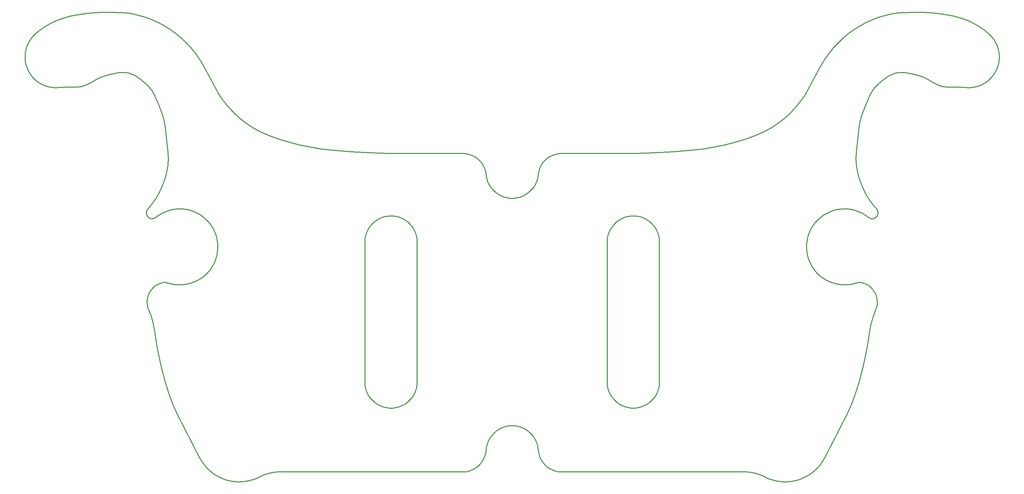
<source format=gm1>
G04*
G04 #@! TF.GenerationSoftware,Altium Limited,Altium Designer,18.1.11 (251)*
G04*
G04 Layer_Color=16711935*
%FSLAX25Y25*%
%MOIN*%
G70*
G01*
G75*
%ADD10C,0.01000*%
D10*
X456326Y353554D02*
X456846Y350285D01*
X457781Y347110D01*
X459115Y344080D01*
X460826Y341247D01*
X462886Y338656D01*
X465261Y336350D01*
X467911Y334368D01*
X470794Y332741D01*
X473861Y331497D01*
X477063Y330656D01*
X480345Y330232D01*
X483655D01*
X486938Y330656D01*
X490139Y331497D01*
X493206Y332741D01*
X496089Y334368D01*
X498739Y336350D01*
X501114Y338656D01*
X503174Y341247D01*
X504885Y344080D01*
X506219Y347110D01*
X507154Y350285D01*
X507674Y353554D01*
X508168Y356594D01*
X509064Y359541D01*
X510346Y362342D01*
X511992Y364945D01*
X513971Y367305D01*
X516249Y369379D01*
X518784Y371129D01*
X521530Y372524D01*
X524438Y373539D01*
X527456Y374155D01*
X530530Y374362D01*
X584238D01*
X603176Y374384D01*
X622106Y374930D01*
X641013Y375998D01*
X659884Y377587D01*
X670406Y378856D01*
X680862Y380591D01*
X691230Y382787D01*
X701491Y385442D01*
X711624Y388549D01*
X721608Y392102D01*
X727613Y394618D01*
X733440Y397522D01*
X739065Y400801D01*
X744462Y404440D01*
X749611Y408426D01*
X754487Y412739D01*
X759070Y417362D01*
X763342Y422276D01*
X767282Y427458D01*
X770875Y432888D01*
X774105Y438540D01*
X786082Y460671D01*
X789763Y466815D01*
X793855Y472693D01*
X798338Y478278D01*
X803192Y483544D01*
X808393Y488467D01*
X813918Y493024D01*
X819741Y497194D01*
X825160Y500548D01*
X830789Y503537D01*
X836602Y506149D01*
X842575Y508371D01*
X848682Y510194D01*
X854896Y511610D01*
X861190Y512613D01*
X867536Y513198D01*
X877479Y513522D01*
X887425Y513322D01*
X897347Y512597D01*
X907216Y511351D01*
X917007Y509586D01*
X922476Y508233D01*
X927828Y506472D01*
X933033Y504314D01*
X938060Y501769D01*
X942881Y498853D01*
X947468Y495582D01*
X951797Y491975D01*
X954354Y489381D01*
X956582Y486498D01*
X958449Y483369D01*
X959926Y480039D01*
X960993Y476555D01*
X961635Y472969D01*
X961842Y469332D01*
X961611Y465696D02*
X961842Y469332D01*
X960946Y462113D02*
X961611Y465696D01*
X959856Y458637D02*
X960946Y462113D01*
X958356Y455316D02*
X959856Y458637D01*
X956470Y452200D02*
X958356Y455316D01*
X954223Y449332D02*
X956470Y452200D01*
X951648Y446754D02*
X954223Y449332D01*
X948783Y444504D02*
X951648Y446754D01*
X945668Y442614D02*
X948783Y444504D01*
X942349Y441110D02*
X945668Y442614D01*
X938874Y440016D02*
X942349Y441110D01*
X935293Y439347D02*
X938874Y440016D01*
X931657Y439112D02*
X935293Y439347D01*
X928019Y439315D02*
X931657Y439112D01*
X921236Y439795D02*
X928019Y439315D01*
X914437Y439664D02*
X921236Y439795D01*
X910640Y439669D02*
X914437Y439664D01*
X906877Y440175D02*
X910640Y439669D01*
X903212Y441171D02*
X906877Y440175D01*
X899711Y442641D02*
X903212Y441171D01*
X896434Y444558D02*
X899711Y442641D01*
X892014Y447236D02*
X896434Y444558D01*
X887346Y449453D02*
X892014Y447236D01*
X882477Y451187D02*
X887346Y449453D01*
X875830Y452886D02*
X882477Y451187D01*
X869066Y454031D02*
X875830Y452886D01*
X865694Y454232D02*
X869066Y454031D01*
X862325Y453982D02*
X865694Y454232D01*
X859020Y453284D02*
X862325Y453982D01*
X855837Y452152D02*
X859020Y453284D01*
X852834Y450605D02*
X855837Y452152D01*
X847281Y446834D02*
X852834Y450605D01*
X842168Y442485D02*
X847281Y446834D01*
X839129Y439216D02*
X842168Y442485D01*
X836523Y435592D02*
X839129Y439216D01*
X834393Y431669D02*
X836523Y435592D01*
X830184Y422024D02*
X834393Y431669D01*
X826427Y412194D02*
X830184Y422024D01*
X824645Y406090D02*
X826427Y412194D01*
X823580Y399821D02*
X824645Y406090D01*
X821036Y375309D02*
X823580Y399821D01*
X820750Y369273D02*
X821036Y375309D01*
X820750Y369273D02*
X821057Y363237D01*
X821955Y357261D01*
X823378Y351359D01*
X825247Y345584D01*
X827554Y339969D01*
X830283Y334547D01*
X833419Y329350D01*
X836944Y324408D01*
X840837Y319750D01*
X841560Y318755D01*
X842055Y317628D01*
X842301Y316423D01*
X842286Y315192D02*
X842301Y316423D01*
X842010Y313993D02*
X842286Y315192D01*
X841487Y312880D02*
X842010Y313993D01*
X840740Y311902D02*
X841487Y312880D01*
X839803Y311104D02*
X840740Y311902D01*
X838719Y310523D02*
X839803Y311104D01*
X837536Y310185D02*
X838719Y310523D01*
X836308Y310105D02*
X837536Y310185D01*
X835091Y310287D02*
X836308Y310105D01*
X833940Y310722D02*
X835091Y310287D01*
X832908Y311392D02*
X833940Y310722D01*
X829778Y313673D02*
X832908Y311392D01*
X826430Y315618D02*
X829778Y313673D01*
X822898Y317207D02*
X826430Y315618D01*
X819221Y318422D02*
X822898Y317207D01*
X815438Y319250D02*
X819221Y318422D01*
X811589Y319683D02*
X815438Y319250D01*
X807716Y319715D02*
X811589Y319683D01*
X803861Y319347D02*
X807716Y319715D01*
X800065Y318582D02*
X803861Y319347D01*
X796368Y317429D02*
X800065Y318582D01*
X792810Y315899D02*
X796368Y317429D01*
X789429Y314010D02*
X792810Y315899D01*
X786262Y311781D02*
X789429Y314010D01*
X783343Y309237D02*
X786262Y311781D01*
X780702Y306405D02*
X783343Y309237D01*
X778368Y303314D02*
X780702Y306405D01*
X776366Y299999D02*
X778368Y303314D01*
X774717Y296495D02*
X776366Y299999D01*
X773440Y292839D02*
X774717Y296495D01*
X772548Y289070D02*
X773440Y292839D01*
X772050Y285229D02*
X772548Y289070D01*
X771952Y281358D02*
X772050Y285229D01*
X771952Y281358D02*
X772255Y277497D01*
X772956Y273688D01*
X774046Y269972D01*
X775515Y266389D01*
X777347Y262977D01*
X779522Y259772D01*
X782016Y256810D01*
X784803Y254121D01*
X787854Y251735D01*
X791134Y249678D01*
X794610Y247970D01*
X798244Y246631D01*
X801997Y245675D01*
X805829Y245113D01*
X809698Y244949D01*
X813563Y245186D01*
X817384Y245822D01*
X821117Y246850D01*
X823780Y247341D01*
X826475Y247088D01*
X829223Y246223D01*
X831815Y244967D01*
X834196Y243347D01*
X836315Y241396D01*
X838127Y239156D01*
X839592Y236677D01*
X840680Y234010D01*
X841367Y231212D01*
X841638Y228345D01*
X841489Y225468D02*
X841638Y228345D01*
X840921Y222645D02*
X841489Y225468D01*
X839947Y219934D02*
X840921Y222645D01*
X837507Y213663D02*
X839947Y219934D01*
X835670Y207190D02*
X837507Y213663D01*
X834452Y200573D02*
X835670Y207190D01*
X831630Y183026D02*
X834452Y200573D01*
X827951Y165639D02*
X831630Y183026D01*
X826112Y157909D02*
X827951Y165639D01*
X823374Y147615D02*
X826112Y157909D01*
X820112Y137475D02*
X823374Y147615D01*
X816334Y127516D02*
X820112Y137475D01*
X812050Y117763D02*
X816334Y127516D01*
X789888Y74741D02*
X812050Y117763D01*
X787719Y70966D02*
X789888Y74741D01*
X785187Y67426D02*
X787719Y70966D01*
X782315Y64154D02*
X785187Y67426D01*
X779133Y61183D02*
X782315Y64154D01*
X775672Y58543D02*
X779133Y61183D01*
X771966Y56259D02*
X775672Y58543D01*
X768051Y54354D02*
X771966Y56259D01*
X763967Y52848D02*
X768051Y54354D01*
X759753Y51754D02*
X763967Y52848D01*
X755452Y51083D02*
X759753Y51754D01*
X751105Y50843D02*
X755452Y51083D01*
X746756Y51035D02*
X751105Y50843D01*
X742448Y51659D02*
X746756Y51035D01*
X738223Y52706D02*
X742448Y51659D01*
X734122Y54168D02*
X738223Y52706D01*
X730187Y56029D02*
X734122Y54168D01*
X725792Y58046D02*
X730187Y56029D01*
X721183Y59508D02*
X725792Y58046D01*
X716430Y60394D02*
X721183Y59508D01*
X711604Y60691D02*
X716430Y60394D01*
X530634Y60691D02*
X711604D01*
X527505Y60905D02*
X530634Y60691D01*
X524436Y61543D02*
X527505Y60905D01*
X521481Y62594D02*
X524436Y61543D01*
X518698Y64038D02*
X521481Y62594D01*
X516137Y65847D02*
X518698Y64038D01*
X513847Y67989D02*
X516137Y65847D01*
X511870Y70422D02*
X513847Y67989D01*
X510243Y73103D02*
X511870Y70422D01*
X508996Y75980D02*
X510243Y73103D01*
X508153Y79000D02*
X508996Y75980D01*
X507729Y82106D02*
X508153Y79000D01*
X507311Y85308D02*
X507729Y82106D01*
X506497Y88433D02*
X507311Y85308D01*
X505298Y91431D02*
X506497Y88433D01*
X503733Y94256D02*
X505298Y91431D01*
X501828Y96864D02*
X503733Y94256D01*
X499612Y99212D02*
X501828Y96864D01*
X497120Y101266D02*
X499612Y99212D01*
X494391Y102992D02*
X497120Y101266D01*
X491467Y104363D02*
X494391Y102992D01*
X488395Y105358D02*
X491467Y104363D01*
X485223Y105961D02*
X488395Y105358D01*
X482000Y106163D02*
X485223Y105961D01*
X478777D02*
X482000Y106163D01*
X475605Y105358D02*
X478777Y105961D01*
X472533Y104363D02*
X475605Y105358D01*
X469610Y102992D02*
X472533Y104363D01*
X466880Y101266D02*
X469610Y102992D01*
X464388Y99212D02*
X466880Y101266D01*
X462172Y96864D02*
X464388Y99212D01*
X460267Y94256D02*
X462172Y96864D01*
X458703Y91431D02*
X460267Y94256D01*
X457504Y88433D02*
X458703Y91431D01*
X456689Y85308D02*
X457504Y88433D01*
X456271Y82106D02*
X456689Y85308D01*
X455847Y79000D02*
X456271Y82106D01*
X455004Y75980D02*
X455847Y79000D01*
X453758Y73103D02*
X455004Y75980D01*
X452131Y70422D02*
X453758Y73103D01*
X450153Y67989D02*
X452131Y70422D01*
X447863Y65847D02*
X450153Y67989D01*
X445302Y64038D02*
X447863Y65847D01*
X442519Y62594D02*
X445302Y64038D01*
X439565Y61543D02*
X442519Y62594D01*
X436495Y60905D02*
X439565Y61543D01*
X433367Y60691D02*
X436495Y60905D01*
X252396Y60691D02*
X433367D01*
X247570Y60394D02*
X252396Y60691D01*
X242817Y59508D02*
X247570Y60394D01*
X238208Y58046D02*
X242817Y59508D01*
X233813Y56029D02*
X238208Y58046D01*
X229878Y54168D02*
X233813Y56029D01*
X225778Y52706D02*
X229878Y54168D01*
X221552Y51659D02*
X225778Y52706D01*
X217244Y51035D02*
X221552Y51659D01*
X212895Y50843D02*
X217244Y51035D01*
X208548Y51083D02*
X212895Y50843D01*
X204247Y51754D02*
X208548Y51083D01*
X200033Y52848D02*
X204247Y51754D01*
X195949Y54354D02*
X200033Y52848D01*
X192035Y56259D02*
X195949Y54354D01*
X188328Y58543D02*
X192035Y56259D01*
X184867Y61183D02*
X188328Y58543D01*
X181685Y64154D02*
X184867Y61183D01*
X178814Y67426D02*
X181685Y64154D01*
X176281Y70966D02*
X178814Y67426D01*
X174112Y74741D02*
X176281Y70966D01*
X151950Y117763D02*
X174112Y74741D01*
X147666Y127516D02*
X151950Y117763D01*
X143888Y137475D02*
X147666Y127516D01*
X140626Y147615D02*
X143888Y137475D01*
X137889Y157909D02*
X140626Y147615D01*
X136049Y165639D02*
X137889Y157909D01*
X132370Y183026D02*
X136049Y165639D01*
X129548Y200573D02*
X132370Y183026D01*
X128330Y207190D02*
X129548Y200573D01*
X126493Y213663D02*
X128330Y207190D01*
X124054Y219934D02*
X126493Y213663D01*
X123080Y222645D02*
X124054Y219934D01*
X122512Y225468D02*
X123080Y222645D01*
X122362Y228345D02*
X122512Y225468D01*
X122362Y228345D02*
X122633Y231212D01*
X123320Y234010D01*
X124408Y236677D01*
X125874Y239156D01*
X127685Y241396D01*
X129804Y243347D01*
X132185Y244967D01*
X134777Y246223D01*
X137525Y247088D01*
X140220Y247341D01*
X142883Y246850D01*
X146617Y245822D01*
X150437Y245186D01*
X154302Y244949D01*
X158171Y245113D01*
X162003Y245675D01*
X165756Y246631D01*
X169390Y247970D01*
X172866Y249678D01*
X176147Y251735D01*
X179197Y254121D01*
X181984Y256810D01*
X184479Y259772D01*
X186653Y262977D01*
X188485Y266389D01*
X189954Y269972D01*
X191045Y273688D01*
X191745Y277497D01*
X192048Y281358D01*
X191950Y285229D02*
X192048Y281358D01*
X191452Y289070D02*
X191950Y285229D01*
X190560Y292839D02*
X191452Y289070D01*
X189283Y296495D02*
X190560Y292839D01*
X187635Y299999D02*
X189283Y296495D01*
X185633Y303314D02*
X187635Y299999D01*
X183299Y306405D02*
X185633Y303314D01*
X180658Y309237D02*
X183299Y306405D01*
X177738Y311781D02*
X180658Y309237D01*
X174571Y314010D02*
X177738Y311781D01*
X171190Y315899D02*
X174571Y314010D01*
X167632Y317429D02*
X171190Y315899D01*
X163935Y318582D02*
X167632Y317429D01*
X160139Y319347D02*
X163935Y318582D01*
X156284Y319715D02*
X160139Y319347D01*
X152411Y319683D02*
X156284Y319715D01*
X148563Y319250D02*
X152411Y319683D01*
X144780Y318422D02*
X148563Y319250D01*
X141102Y317207D02*
X144780Y318422D01*
X137571Y315618D02*
X141102Y317207D01*
X134222Y313673D02*
X137571Y315618D01*
X131093Y311392D02*
X134222Y313673D01*
X130060Y310722D02*
X131093Y311392D01*
X128909Y310287D02*
X130060Y310722D01*
X127692Y310105D02*
X128909Y310287D01*
X126464Y310185D02*
X127692Y310105D01*
X125281Y310523D02*
X126464Y310185D01*
X124197Y311104D02*
X125281Y310523D01*
X123260Y311902D02*
X124197Y311104D01*
X122513Y312880D02*
X123260Y311902D01*
X121990Y313993D02*
X122513Y312880D01*
X121715Y315192D02*
X121990Y313993D01*
X121700Y316423D02*
X121715Y315192D01*
X121700Y316423D02*
X121945Y317628D01*
X122441Y318755D01*
X123163Y319750D01*
X127056Y324408D01*
X130581Y329350D01*
X133717Y334547D01*
X136446Y339969D01*
X138753Y345584D01*
X140623Y351359D01*
X142045Y357261D01*
X142943Y363237D01*
X143250Y369273D01*
X142965Y375309D02*
X143250Y369273D01*
X140420Y399821D02*
X142965Y375309D01*
X139355Y406090D02*
X140420Y399821D01*
X137573Y412194D02*
X139355Y406090D01*
X133816Y422024D02*
X137573Y412194D01*
X129607Y431669D02*
X133816Y422024D01*
X127477Y435592D02*
X129607Y431669D01*
X124871Y439216D02*
X127477Y435592D01*
X121832Y442485D02*
X124871Y439216D01*
X116719Y446834D02*
X121832Y442485D01*
X111166Y450605D02*
X116719Y446834D01*
X108163Y452152D02*
X111166Y450605D01*
X104980Y453284D02*
X108163Y452152D01*
X101675Y453982D02*
X104980Y453284D01*
X98306Y454232D02*
X101675Y453982D01*
X94934Y454031D02*
X98306Y454232D01*
X88170Y452886D02*
X94934Y454031D01*
X81523Y451187D02*
X88170Y452886D01*
X76655Y449453D02*
X81523Y451187D01*
X71986Y447236D02*
X76655Y449453D01*
X67566Y444558D02*
X71986Y447236D01*
X64289Y442641D02*
X67566Y444558D01*
X60788Y441171D02*
X64289Y442641D01*
X57124Y440175D02*
X60788Y441171D01*
X53360Y439669D02*
X57124Y440175D01*
X49563Y439664D02*
X53360Y439669D01*
X42764Y439795D02*
X49563Y439664D01*
X35981Y439315D02*
X42764Y439795D01*
X32343Y439112D02*
X35981Y439315D01*
X28707Y439347D02*
X32343Y439112D01*
X25126Y440016D02*
X28707Y439347D01*
X21651Y441110D02*
X25126Y440016D01*
X18332Y442614D02*
X21651Y441110D01*
X15218Y444504D02*
X18332Y442614D01*
X12352Y446754D02*
X15218Y444504D01*
X9777Y449332D02*
X12352Y446754D01*
X7531Y452200D02*
X9777Y449332D01*
X5644Y455316D02*
X7531Y452200D01*
X4144Y458637D02*
X5644Y455316D01*
X3054Y462113D02*
X4144Y458637D01*
X2389Y465696D02*
X3054Y462113D01*
X2158Y469332D02*
X2389Y465696D01*
X2158Y469332D02*
X2365Y472969D01*
X3007Y476555D01*
X4074Y480039D01*
X5552Y483369D01*
X7418Y486498D01*
X9646Y489381D01*
X12204Y491975D01*
X16532Y495582D01*
X21120Y498853D01*
X25941Y501769D01*
X30968Y504314D01*
X36172Y506472D01*
X41524Y508233D01*
X46993Y509586D01*
X56784Y511351D01*
X66653Y512597D01*
X76575Y513322D01*
X86521Y513522D01*
X96464Y513198D01*
X102810Y512613D01*
X109104Y511610D01*
X115318Y510194D01*
X121425Y508371D01*
X127398Y506149D01*
X133212Y503537D01*
X138840Y500548D01*
X144259Y497194D01*
X150082Y493024D01*
X155607Y488467D01*
X160809Y483544D01*
X165662Y478278D01*
X170145Y472693D01*
X174237Y466815D01*
X177918Y460671D01*
X189895Y438540D01*
X193125Y432888D01*
X196718Y427458D01*
X200659Y422276D01*
X204930Y417362D01*
X209513Y412739D01*
X214390Y408426D01*
X219538Y404440D01*
X224936Y400801D01*
X230560Y397522D01*
X236387Y394618D01*
X242392Y392102D01*
X252377Y388549D01*
X262510Y385442D01*
X272770Y382787D01*
X283139Y380591D01*
X293594Y378856D01*
X304116Y377587D01*
X322987Y375998D01*
X341895Y374930D01*
X360824Y374384D01*
X379762Y374362D01*
X433471D01*
X436544Y374155D01*
X439562Y373539D01*
X442470Y372524D01*
X445216Y371129D01*
X447751Y369379D01*
X450029Y367305D01*
X452008Y364945D01*
X453654Y362342D01*
X454937Y359541D01*
X455833Y356594D01*
X456326Y353554D01*
X627122Y149274D02*
Y287069D01*
X626918Y290301D02*
X627122Y287069D01*
X626312Y293482D02*
X626918Y290301D01*
X625311Y296562D02*
X626312Y293482D01*
X623932Y299492D02*
X625311Y296562D01*
X622197Y302226D02*
X623932Y299492D01*
X620133Y304722D02*
X622197Y302226D01*
X617772Y306938D02*
X620133Y304722D01*
X615152Y308842D02*
X617772Y306938D01*
X612314Y310402D02*
X615152Y308842D01*
X609303Y311594D02*
X612314Y310402D01*
X606166Y312399D02*
X609303Y311594D01*
X602954Y312805D02*
X606166Y312399D01*
X599715Y312805D02*
X602954D01*
X596502Y312399D02*
X599715Y312805D01*
X593366Y311594D02*
X596502Y312399D01*
X590355Y310402D02*
X593366Y311594D01*
X587517Y308842D02*
X590355Y310402D01*
X584897Y306938D02*
X587517Y308842D01*
X582536Y304722D02*
X584897Y306938D01*
X580472Y302226D02*
X582536Y304722D01*
X578737Y299492D02*
X580472Y302226D01*
X577358Y296562D02*
X578737Y299492D01*
X576357Y293482D02*
X577358Y296562D01*
X575750Y290301D02*
X576357Y293482D01*
X575547Y287069D02*
X575750Y290301D01*
X575547Y149274D02*
Y287069D01*
Y149274D02*
X575750Y146042D01*
X576357Y142861D01*
X577358Y139781D01*
X578737Y136850D01*
X580472Y134116D01*
X582536Y131621D01*
X584897Y129404D01*
X587517Y127501D01*
X590355Y125940D01*
X593366Y124748D01*
X596502Y123943D01*
X599715Y123537D01*
X602954D01*
X606166Y123943D01*
X609303Y124748D01*
X612314Y125940D01*
X615152Y127501D01*
X617772Y129404D01*
X620133Y131621D01*
X622197Y134116D01*
X623932Y136850D01*
X625311Y139781D01*
X626312Y142861D01*
X626918Y146042D01*
X627122Y149274D01*
X336879D02*
Y287069D01*
Y149274D02*
X337082Y146042D01*
X337689Y142861D01*
X338689Y139781D01*
X340068Y136850D01*
X341803Y134116D01*
X343868Y131621D01*
X346228Y129404D01*
X348848Y127501D01*
X351686Y125940D01*
X354697Y124748D01*
X357834Y123943D01*
X361047Y123537D01*
X364285D01*
X367498Y123943D01*
X370635Y124748D01*
X373646Y125940D01*
X376483Y127501D01*
X379103Y129404D01*
X381464Y131621D01*
X383528Y134116D01*
X385264Y136850D01*
X386642Y139781D01*
X387643Y142861D01*
X388250Y146042D01*
X388453Y149274D01*
Y287069D01*
X388250Y290301D02*
X388453Y287069D01*
X387643Y293482D02*
X388250Y290301D01*
X386642Y296562D02*
X387643Y293482D01*
X385264Y299492D02*
X386642Y296562D01*
X383528Y302226D02*
X385264Y299492D01*
X381464Y304722D02*
X383528Y302226D01*
X379103Y306938D02*
X381464Y304722D01*
X376483Y308842D02*
X379103Y306938D01*
X373646Y310402D02*
X376483Y308842D01*
X370635Y311594D02*
X373646Y310402D01*
X367498Y312399D02*
X370635Y311594D01*
X364285Y312805D02*
X367498Y312399D01*
X361047Y312805D02*
X364285D01*
X357834Y312399D02*
X361047Y312805D01*
X354697Y311594D02*
X357834Y312399D01*
X351686Y310402D02*
X354697Y311594D01*
X348848Y308842D02*
X351686Y310402D01*
X346228Y306938D02*
X348848Y308842D01*
X343868Y304722D02*
X346228Y306938D01*
X341803Y302226D02*
X343868Y304722D01*
X340068Y299492D02*
X341803Y302226D01*
X338689Y296562D02*
X340068Y299492D01*
X337689Y293482D02*
X338689Y296562D01*
X337082Y290301D02*
X337689Y293482D01*
X336879Y287069D02*
X337082Y290301D01*
M02*

</source>
